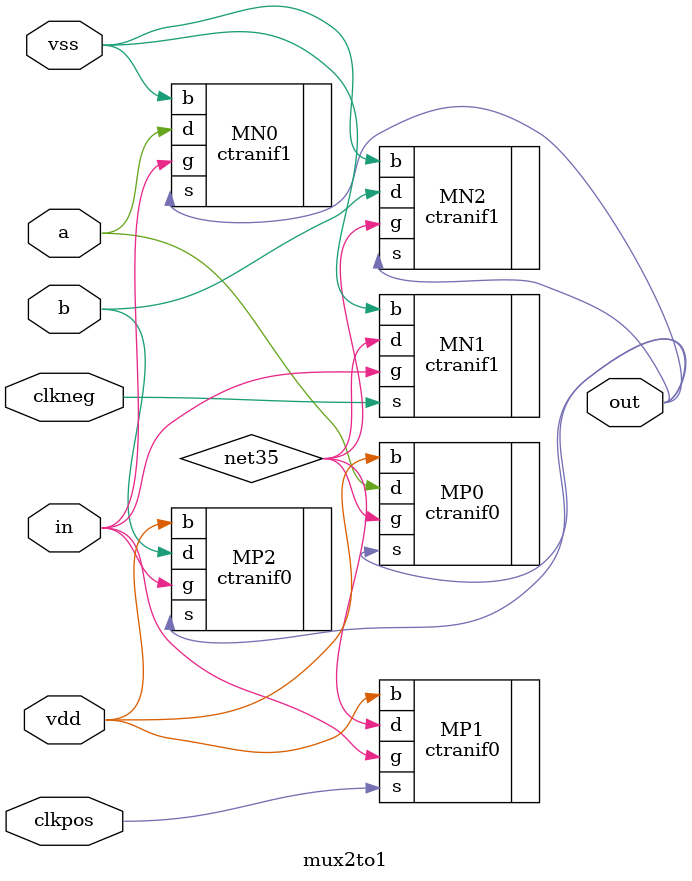
<source format=sv>
`timescale 1ns / 1ns 

module mux2to1 ( out, a, b, clkneg, clkpos, in, vdd, vss );

output  out;

input  a, b, clkneg, clkpos, in, vdd, vss;


specify 
    specparam CDS_LIBNAME  = "MIPS25";
    specparam CDS_CELLNAME = "mux2to1";
    specparam CDS_VIEWNAME = "schematic";
endspecify

ctranif1  MN2 ( .b(vss), .d(b), .g(net35), .s(out));
ctranif1  MN0 ( .b(vss), .d(a), .g(in), .s(out));
ctranif1  MN1 ( .b(vss), .d(net35), .g(in), .s(clkneg));
ctranif0  MP2 ( .b(vdd), .s(out), .g(in), .d(b));
ctranif0  MP0 ( .b(vdd), .s(out), .g(net35), .d(a));
ctranif0  MP1 ( .b(vdd), .s(clkpos), .g(in), .d(net35));

endmodule

</source>
